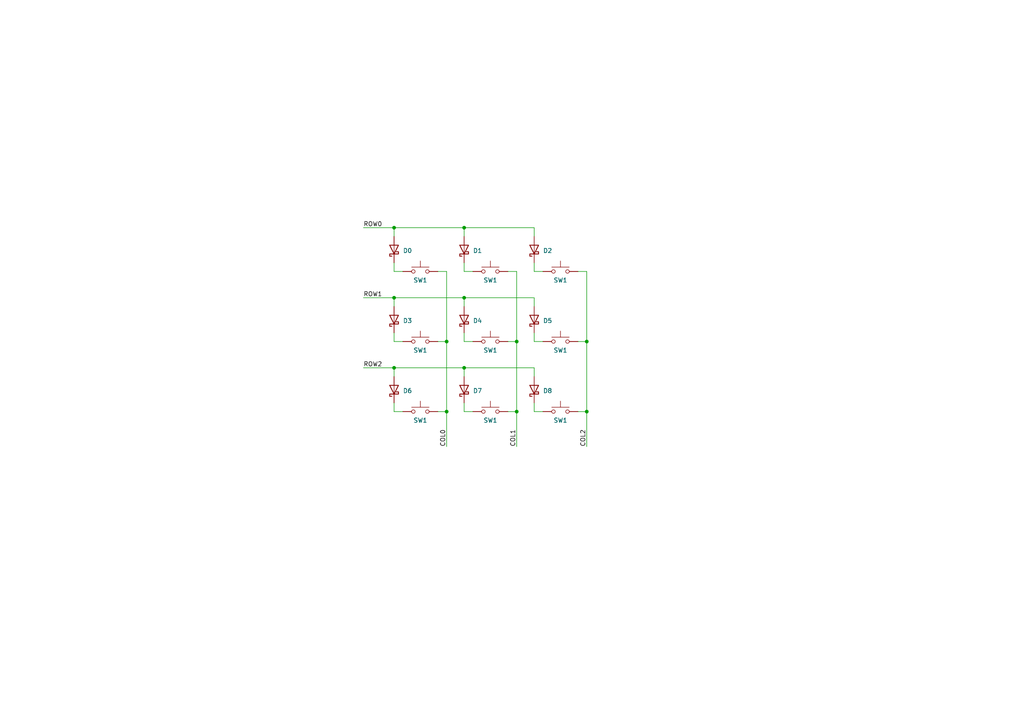
<source format=kicad_sch>
(kicad_sch (version 20230121) (generator eeschema)
  (paper "A4")
  (lib_symbols
    (symbol "Diode:1N5819" (pin_numbers hide) (pin_names (offset 1.016) hide)
      (property "Reference" "D" (at 0 2.54 0))
      (property "Value" "1N5819" (at 0 -2.54 0))
      (symbol "1N5819_0_1"
        (polyline (pts (xy 1.27 0) (xy -1.27 0)))
        (polyline (pts (xy 1.27 1.27) (xy 1.27 -1.27) (xy -1.27 0) (xy 1.27 1.27)) (stroke (width 0.254)))
        (polyline (pts (xy -1.905 0.635) (xy -1.905 1.27) (xy -1.27 1.27) (xy -1.27 -1.27) (xy -0.635 -1.27) (xy -0.635 -0.635)) (stroke (width 0.254)))
      )
      (symbol "1N5819_1_1"
        (pin passive line (at -3.81 0 0) (length 2.54) (name "K") (number "1"))
        (pin passive line (at 3.81 0 180) (length 2.54) (name "A") (number "2"))
      )
    )
    (symbol "Switch:SW_Push" (pin_numbers hide) (pin_names (offset 1.016) hide)
      (property "Reference" "SW" (at 1.27 2.54 0))
      (property "Value" "SW_Push" (at 0 -1.524 0))
      (symbol "SW_Push_0_1"
        (circle (center -2.032 0) (radius 0.508))
        (polyline (pts (xy 0 1.27) (xy 0 3.048)))
        (polyline (pts (xy 2.54 1.27) (xy -2.54 1.27)))
        (circle (center 2.032 0) (radius 0.508))
        (pin passive line (at -5.08 0 0) (length 2.54) (name "1") (number "1"))
        (pin passive line (at 5.08 0 180) (length 2.54) (name "2") (number "2"))
      )
    )
  )
  (junction (at 149.86 99.06))
  (junction (at 114.3 86.36))
  (junction (at 134.62 66.04))
  (junction (at 114.3 106.68))
  (junction (at 129.54 119.38))
  (junction (at 170.18 119.38))
  (junction (at 129.54 99.06))
  (junction (at 114.3 66.04))
  (junction (at 134.62 106.68))
  (junction (at 149.86 119.38))
  (junction (at 170.18 99.06))
  (junction (at 134.62 86.36))
  (wire (pts (xy 147.32 99.06) (xy 149.86 99.06)))
  (wire (pts (xy 114.3 66.04) (xy 114.3 68.58)))
  (wire (pts (xy 127 78.74) (xy 129.54 78.74)))
  (wire (pts (xy 134.62 86.36) (xy 134.62 88.9)))
  (wire (pts (xy 105.41 86.36) (xy 114.3 86.36)))
  (wire (pts (xy 167.64 119.38) (xy 170.18 119.38)))
  (wire (pts (xy 134.62 66.04) (xy 154.94 66.04)))
  (wire (pts (xy 134.62 119.38) (xy 137.16 119.38)))
  (wire (pts (xy 134.62 96.52) (xy 134.62 99.06)))
  (wire (pts (xy 127 119.38) (xy 129.54 119.38)))
  (wire (pts (xy 114.3 116.84) (xy 114.3 119.38)))
  (wire (pts (xy 105.41 106.68) (xy 114.3 106.68)))
  (wire (pts (xy 149.86 78.74) (xy 149.86 99.06)))
  (wire (pts (xy 134.62 76.2) (xy 134.62 78.74)))
  (wire (pts (xy 114.3 106.68) (xy 134.62 106.68)))
  (wire (pts (xy 134.62 99.06) (xy 137.16 99.06)))
  (wire (pts (xy 170.18 78.74) (xy 170.18 99.06)))
  (wire (pts (xy 154.94 78.74) (xy 157.48 78.74)))
  (wire (pts (xy 114.3 78.74) (xy 116.84 78.74)))
  (wire (pts (xy 114.3 86.36) (xy 114.3 88.9)))
  (wire (pts (xy 114.3 99.06) (xy 116.84 99.06)))
  (wire (pts (xy 134.62 116.84) (xy 134.62 119.38)))
  (wire (pts (xy 154.94 106.68) (xy 154.94 109.22)))
  (wire (pts (xy 114.3 76.2) (xy 114.3 78.74)))
  (wire (pts (xy 129.54 99.06) (xy 129.54 119.38)))
  (wire (pts (xy 147.32 78.74) (xy 149.86 78.74)))
  (wire (pts (xy 154.94 96.52) (xy 154.94 99.06)))
  (wire (pts (xy 134.62 78.74) (xy 137.16 78.74)))
  (wire (pts (xy 114.3 119.38) (xy 116.84 119.38)))
  (wire (pts (xy 167.64 78.74) (xy 170.18 78.74)))
  (wire (pts (xy 170.18 119.38) (xy 170.18 129.54)))
  (wire (pts (xy 154.94 76.2) (xy 154.94 78.74)))
  (wire (pts (xy 170.18 99.06) (xy 170.18 119.38)))
  (wire (pts (xy 154.94 66.04) (xy 154.94 68.58)))
  (wire (pts (xy 134.62 106.68) (xy 134.62 109.22)))
  (wire (pts (xy 129.54 78.74) (xy 129.54 99.06)))
  (wire (pts (xy 149.86 119.38) (xy 149.86 129.54)))
  (wire (pts (xy 114.3 106.68) (xy 114.3 109.22)))
  (wire (pts (xy 154.94 86.36) (xy 154.94 88.9)))
  (wire (pts (xy 134.62 86.36) (xy 154.94 86.36)))
  (wire (pts (xy 134.62 106.68) (xy 154.94 106.68)))
  (wire (pts (xy 114.3 96.52) (xy 114.3 99.06)))
  (wire (pts (xy 105.41 66.04) (xy 114.3 66.04)))
  (wire (pts (xy 114.3 86.36) (xy 134.62 86.36)))
  (wire (pts (xy 129.54 119.38) (xy 129.54 129.54)))
  (wire (pts (xy 154.94 116.84) (xy 154.94 119.38)))
  (wire (pts (xy 149.86 99.06) (xy 149.86 119.38)))
  (wire (pts (xy 154.94 119.38) (xy 157.48 119.38)))
  (wire (pts (xy 134.62 66.04) (xy 134.62 68.58)))
  (wire (pts (xy 114.3 66.04) (xy 134.62 66.04)))
  (wire (pts (xy 154.94 99.06) (xy 157.48 99.06)))
  (wire (pts (xy 147.32 119.38) (xy 149.86 119.38)))
  (wire (pts (xy 167.64 99.06) (xy 170.18 99.06)))
  (wire (pts (xy 127 99.06) (xy 129.54 99.06)))
  (label "COL0" (at 129.54 129.54 90))
  (label "ROW1" (at 105.41 86.36 0))
  (label "ROW2" (at 105.41 106.68 0))
  (label "COL2" (at 170.18 129.54 90))
  (label "ROW0" (at 105.41 66.04 0))
  (label "COL1" (at 149.86 129.54 90))
  (symbol (lib_id "Diode:1N5819") (at 154.94 92.71 90) (unit 1) (on_board no)
    (property "Reference" "D5" (at 157.48 93.0275 90) (effects (justify right)))
    (property "Value" "1SS416" (effects hide))
    (property "Footprint" "Diode_SMD:D_SOD-923" (effects hide))
    (instances (project "keyboard-matrix-testboard" (path "" (reference "D5") (unit 1)) (path "" (reference "D16") (unit 1)) (path "" (reference "D6") (unit 1))))
  )
  (symbol (lib_id "Diode:1N5819") (at 134.62 72.39 90) (unit 1) (on_board no)
    (property "Reference" "D1" (at 137.16 72.7075 90) (effects (justify right)))
    (property "Value" "1SS416" (effects hide))
    (property "Footprint" "Diode_SMD:D_SOD-923" (effects hide))
    (instances (project "keyboard-matrix-testboard" (path "" (reference "D1") (unit 1)) (path "" (reference "D12") (unit 1)) (path "" (reference "D2") (unit 1))))
  )
  (symbol (lib_id "Diode:1N5819") (at 114.3 113.03 90) (unit 1) (on_board no)
    (property "Reference" "D6" (at 116.84 113.3475 90) (effects (justify right)))
    (property "Value" "1SS416" (effects hide))
    (property "Footprint" "Diode_SMD:D_SOD-923" (effects hide))
    (instances (project "keyboard-matrix-testboard" (path "" (reference "D6") (unit 1)) (path "" (reference "D11") (unit 1)) (path "" (reference "D7") (unit 1))))
  )
  (symbol (lib_id "Diode:1N5819") (at 134.62 92.71 90) (unit 1) (on_board no)
    (property "Reference" "D4" (at 137.16 93.0275 90) (effects (justify right)))
    (property "Value" "1SS416" (effects hide))
    (property "Footprint" "Diode_SMD:D_SOD-923" (effects hide))
    (instances (project "keyboard-matrix-testboard" (path "" (reference "D4") (unit 1)) (path "" (reference "D13") (unit 1)) (path "" (reference "D5") (unit 1))))
  )
  (symbol (lib_id "Diode:1N5819") (at 114.3 72.39 90) (unit 1) (on_board no)
    (property "Reference" "D0" (at 116.84 72.7075 90) (effects (justify right)))
    (property "Value" "1SS416" (effects hide))
    (property "Footprint" "Diode_SMD:D_SOD-923" (effects hide))
    (instances (project "keyboard-matrix-testboard" (path "" (reference "D0") (unit 1)) (path "" (reference "D9") (unit 1)) (path "" (reference "D1") (unit 1))))
  )
  (symbol (lib_id "Diode:1N5819") (at 134.62 113.03 90) (unit 1) (on_board no)
    (property "Reference" "D7" (at 137.16 113.3475 90) (effects (justify right)))
    (property "Value" "1SS416" (effects hide))
    (property "Footprint" "Diode_SMD:D_SOD-923" (effects hide))
    (instances (project "keyboard-matrix-testboard" (path "" (reference "D7") (unit 1)) (path "" (reference "D14") (unit 1)) (path "" (reference "D8") (unit 1))))
  )
  (symbol (lib_id "Diode:1N5819") (at 154.94 72.39 90) (unit 1) (on_board no)
    (property "Reference" "D2" (at 157.48 72.7075 90) (effects (justify right)))
    (property "Value" "1SS416" (effects hide))
    (property "Footprint" "Diode_SMD:D_SOD-923" (effects hide))
    (instances (project "keyboard-matrix-testboard" (path "" (reference "D2") (unit 1)) (path "" (reference "D15") (unit 1)) (path "" (reference "D3") (unit 1))))
  )
  (symbol (lib_id "Switch:SW_Push") (at 162.56 99.06 0) (unit 1) (on_board no)
    (property "Reference" "SW1" (at 162.56 101.6 0))
    (property "Value" "SW_Push" (effects hide))
    (property "Footprint" "Button_Switch_SMD:SW_Push_1P1T_NO_Vertical_Wuerth_434133025816" (effects hide))
    (instances (project "spotlight-v2" (path "" (reference "SW1") (unit 1))) (project "keyboard-matrix-testboard" (path "" (reference "SW5") (unit 1)) (path "" (reference "SW33") (unit 1)) (path "" (reference "SW6") (unit 1))) (project "nrf-display" (path "" (reference "SW1") (unit 1))) (project "nrf-multi-io" (path "" (reference "SW1") (unit 1))))
  )
  (symbol (lib_id "Switch:SW_Push") (at 162.56 119.38 0) (unit 1) (on_board no)
    (property "Reference" "SW1" (at 162.56 121.92 0))
    (property "Value" "SW_Push" (effects hide))
    (property "Footprint" "Button_Switch_SMD:SW_Push_1P1T_NO_Vertical_Wuerth_434133025816" (effects hide))
    (instances (project "spotlight-v2" (path "" (reference "SW1") (unit 1))) (project "keyboard-matrix-testboard" (path "" (reference "SW8") (unit 1)) (path "" (reference "SW34") (unit 1)) (path "" (reference "SW9") (unit 1))) (project "nrf-display" (path "" (reference "SW1") (unit 1))) (project "nrf-multi-io" (path "" (reference "SW1") (unit 1))))
  )
  (symbol (lib_id "Switch:SW_Push") (at 142.24 99.06 0) (unit 1) (on_board no)
    (property "Reference" "SW1" (at 142.24 101.6 0))
    (property "Value" "SW_Push" (effects hide))
    (property "Footprint" "Button_Switch_SMD:SW_Push_1P1T_NO_Vertical_Wuerth_434133025816" (effects hide))
    (instances (project "spotlight-v2" (path "" (reference "SW1") (unit 1))) (project "keyboard-matrix-testboard" (path "" (reference "SW4") (unit 1)) (path "" (reference "SW30") (unit 1)) (path "" (reference "SW5") (unit 1))) (project "nrf-display" (path "" (reference "SW1") (unit 1))) (project "nrf-multi-io" (path "" (reference "SW1") (unit 1))))
  )
  (symbol (lib_id "Switch:SW_Push") (at 142.24 78.74 0) (unit 1) (on_board no)
    (property "Reference" "SW1" (at 142.24 81.28 0))
    (property "Value" "SW_Push" (effects hide))
    (property "Footprint" "Button_Switch_SMD:SW_Push_1P1T_NO_Vertical_Wuerth_434133025816" (effects hide))
    (instances (project "spotlight-v2" (path "" (reference "SW1") (unit 1))) (project "keyboard-matrix-testboard" (path "" (reference "SW1") (unit 1)) (path "" (reference "SW29") (unit 1)) (path "" (reference "SW2") (unit 1))) (project "nrf-display" (path "" (reference "SW1") (unit 1))) (project "nrf-multi-io" (path "" (reference "SW1") (unit 1))))
  )
  (symbol (lib_id "Switch:SW_Push") (at 121.92 119.38 0) (unit 1) (on_board no)
    (property "Reference" "SW1" (at 121.92 121.92 0))
    (property "Value" "SW_Push" (effects hide))
    (property "Footprint" "Button_Switch_SMD:SW_Push_1P1T_NO_Vertical_Wuerth_434133025816" (effects hide))
    (instances (project "spotlight-v2" (path "" (reference "SW1") (unit 1))) (project "keyboard-matrix-testboard" (path "" (reference "SW6") (unit 1)) (path "" (reference "SW28") (unit 1)) (path "" (reference "SW7") (unit 1))) (project "nrf-display" (path "" (reference "SW1") (unit 1))) (project "nrf-multi-io" (path "" (reference "SW1") (unit 1))))
  )
  (symbol (lib_id "Switch:SW_Push") (at 142.24 119.38 0) (unit 1) (on_board no)
    (property "Reference" "SW1" (at 142.24 121.92 0))
    (property "Value" "SW_Push" (effects hide))
    (property "Footprint" "Button_Switch_SMD:SW_Push_1P1T_NO_Vertical_Wuerth_434133025816" (effects hide))
    (instances (project "spotlight-v2" (path "" (reference "SW1") (unit 1))) (project "keyboard-matrix-testboard" (path "" (reference "SW7") (unit 1)) (path "" (reference "SW31") (unit 1)) (path "" (reference "SW8") (unit 1))) (project "nrf-display" (path "" (reference "SW1") (unit 1))) (project "nrf-multi-io" (path "" (reference "SW1") (unit 1))))
  )
  (symbol (lib_id "Diode:1N5819") (at 154.94 113.03 90) (unit 1) (on_board no)
    (property "Reference" "D8" (at 157.48 113.3475 90) (effects (justify right)))
    (property "Value" "1SS416" (effects hide))
    (property "Footprint" "Diode_SMD:D_SOD-923" (effects hide))
    (instances (project "keyboard-matrix-testboard" (path "" (reference "D8") (unit 1)) (path "" (reference "D17") (unit 1)) (path "" (reference "D9") (unit 1))))
  )
  (symbol (lib_id "Diode:1N5819") (at 114.3 92.71 90) (unit 1) (on_board no)
    (property "Reference" "D3" (at 116.84 93.0275 90) (effects (justify right)))
    (property "Value" "1SS416" (effects hide))
    (property "Footprint" "Diode_SMD:D_SOD-923" (effects hide))
    (instances (project "keyboard-matrix-testboard" (path "" (reference "D3") (unit 1)) (path "" (reference "D10") (unit 1)) (path "" (reference "D4") (unit 1))))
  )
  (symbol (lib_id "Switch:SW_Push") (at 121.92 78.74 0) (unit 1) (on_board no)
    (property "Reference" "SW1" (at 121.92 81.28 0))
    (property "Value" "SW_Push" (effects hide))
    (property "Footprint" "Button_Switch_SMD:SW_Push_1P1T_NO_Vertical_Wuerth_434133025816" (effects hide))
    (instances (project "spotlight-v2" (path "" (reference "SW1") (unit 1))) (project "keyboard-matrix-testboard" (path "" (reference "SW0") (unit 1)) (path "" (reference "SW26") (unit 1)) (path "" (reference "SW1") (unit 1))) (project "nrf-display" (path "" (reference "SW1") (unit 1))) (project "nrf-multi-io" (path "" (reference "SW1") (unit 1))))
  )
  (symbol (lib_id "Switch:SW_Push") (at 162.56 78.74 0) (unit 1) (on_board no)
    (property "Reference" "SW1" (at 162.56 81.28 0))
    (property "Value" "SW_Push" (effects hide))
    (property "Footprint" "Button_Switch_SMD:SW_Push_1P1T_NO_Vertical_Wuerth_434133025816" (effects hide))
    (instances (project "spotlight-v2" (path "" (reference "SW1") (unit 1))) (project "keyboard-matrix-testboard" (path "" (reference "SW2") (unit 1)) (path "" (reference "SW32") (unit 1)) (path "" (reference "SW3") (unit 1))) (project "nrf-display" (path "" (reference "SW1") (unit 1))) (project "nrf-multi-io" (path "" (reference "SW1") (unit 1))))
  )
  (symbol (lib_id "Switch:SW_Push") (at 121.92 99.06 0) (unit 1) (on_board no)
    (property "Reference" "SW1" (at 121.92 101.6 0))
    (property "Value" "SW_Push" (effects hide))
    (property "Footprint" "Button_Switch_SMD:SW_Push_1P1T_NO_Vertical_Wuerth_434133025816" (effects hide))
    (instances (project "spotlight-v2" (path "" (reference "SW1") (unit 1))) (project "keyboard-matrix-testboard" (path "" (reference "SW3") (unit 1)) (path "" (reference "SW27") (unit 1)) (path "" (reference "SW4") (unit 1))) (project "nrf-display" (path "" (reference "SW1") (unit 1))) (project "nrf-multi-io" (path "" (reference "SW1") (unit 1))))
  )
)
</source>
